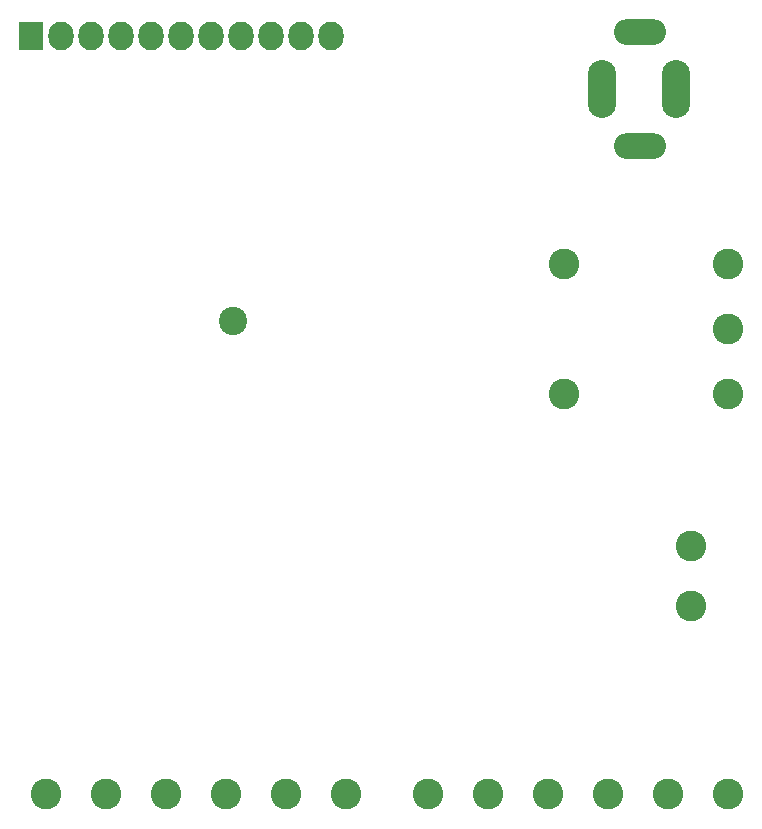
<source format=gbs>
G04 #@! TF.FileFunction,Soldermask,Bot*
%FSLAX46Y46*%
G04 Gerber Fmt 4.6, Leading zero omitted, Abs format (unit mm)*
G04 Created by KiCad (PCBNEW 4.0.2-stable) date Sunday, 28 August 2016 12:14:49*
%MOMM*%
G01*
G04 APERTURE LIST*
%ADD10C,0.100000*%
%ADD11O,4.400000X2.200000*%
%ADD12O,2.400000X4.900000*%
%ADD13R,2.127200X2.432000*%
%ADD14O,2.127200X2.432000*%
%ADD15C,2.600000*%
%ADD16C,2.400000*%
G04 APERTURE END LIST*
D10*
D11*
X151305000Y-67030000D03*
D12*
X148055000Y-62230000D03*
X154305000Y-62230000D03*
D11*
X151305000Y-57430000D03*
D13*
X99695000Y-57785000D03*
D14*
X102235000Y-57785000D03*
X104775000Y-57785000D03*
X107315000Y-57785000D03*
X109855000Y-57785000D03*
X112395000Y-57785000D03*
X114935000Y-57785000D03*
X117475000Y-57785000D03*
X120015000Y-57785000D03*
X122555000Y-57785000D03*
X125095000Y-57785000D03*
D15*
X100965000Y-121920000D03*
X106045000Y-121920000D03*
X111125000Y-121920000D03*
X116205000Y-121920000D03*
X121285000Y-121920000D03*
X126365000Y-121920000D03*
X133350000Y-121920000D03*
X138430000Y-121920000D03*
X143510000Y-121920000D03*
X148590000Y-121920000D03*
X153670000Y-121920000D03*
X158750000Y-121920000D03*
X155575000Y-106045000D03*
X155575000Y-100965000D03*
D16*
X116840000Y-81915000D03*
D15*
X158715000Y-88050000D03*
X158715000Y-77050000D03*
X144815000Y-77050000D03*
X144815000Y-88050000D03*
X158715000Y-82550000D03*
M02*

</source>
